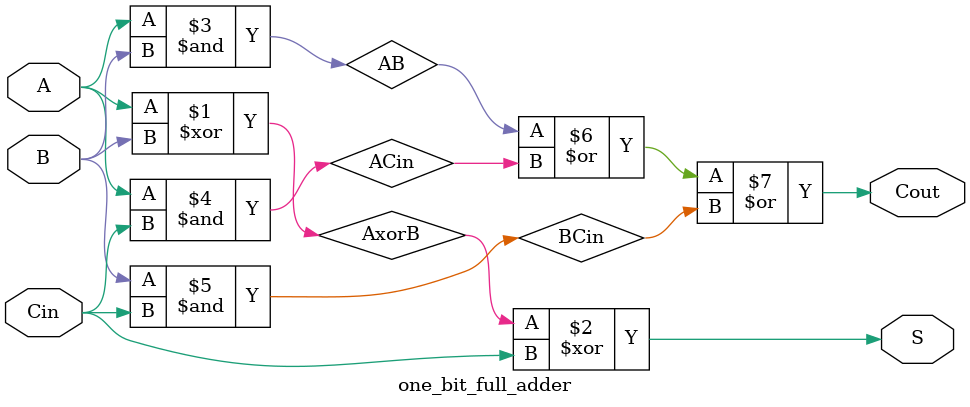
<source format=v>
module one_bit_full_adder(A, B, Cin, S, Cout);
    input A, B, Cin;
    output S, Cout;
    
    wire AxorB, AB, ACin, BCin;

    xor (AxorB, A, B);
    xor (S, AxorB, Cin);

    and (AB, A, B);
    and (ACin, A, Cin);
    and (BCin, B, Cin);

    or (Cout, AB, ACin, BCin);
endmodule

</source>
